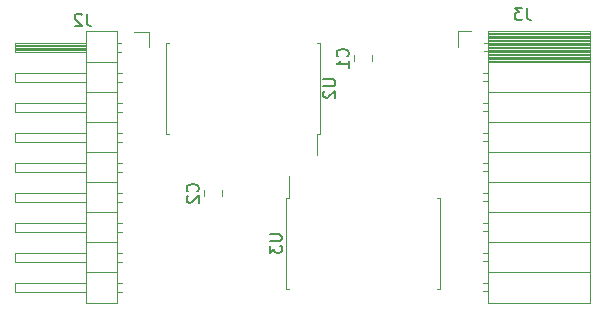
<source format=gbr>
G04 #@! TF.GenerationSoftware,KiCad,Pcbnew,5.1.9*
G04 #@! TF.CreationDate,2021-04-03T20:04:09+02:00*
G04 #@! TF.ProjectId,driverboard,64726976-6572-4626-9f61-72642e6b6963,rev?*
G04 #@! TF.SameCoordinates,Original*
G04 #@! TF.FileFunction,Legend,Bot*
G04 #@! TF.FilePolarity,Positive*
%FSLAX46Y46*%
G04 Gerber Fmt 4.6, Leading zero omitted, Abs format (unit mm)*
G04 Created by KiCad (PCBNEW 5.1.9) date 2021-04-03 20:04:09*
%MOMM*%
%LPD*%
G01*
G04 APERTURE LIST*
%ADD10C,0.120000*%
%ADD11C,0.150000*%
G04 APERTURE END LIST*
D10*
X104675000Y-119118748D02*
X104675000Y-119641252D01*
X106145000Y-119118748D02*
X106145000Y-119641252D01*
X117375000Y-107688748D02*
X117375000Y-108211252D01*
X118845000Y-107688748D02*
X118845000Y-108211252D01*
X137340000Y-105790000D02*
X128710000Y-105790000D01*
X137340000Y-105908095D02*
X128710000Y-105908095D01*
X137340000Y-106026190D02*
X128710000Y-106026190D01*
X137340000Y-106144285D02*
X128710000Y-106144285D01*
X137340000Y-106262380D02*
X128710000Y-106262380D01*
X137340000Y-106380475D02*
X128710000Y-106380475D01*
X137340000Y-106498570D02*
X128710000Y-106498570D01*
X137340000Y-106616665D02*
X128710000Y-106616665D01*
X137340000Y-106734760D02*
X128710000Y-106734760D01*
X137340000Y-106852855D02*
X128710000Y-106852855D01*
X137340000Y-106970950D02*
X128710000Y-106970950D01*
X137340000Y-107089045D02*
X128710000Y-107089045D01*
X137340000Y-107207140D02*
X128710000Y-107207140D01*
X137340000Y-107325235D02*
X128710000Y-107325235D01*
X137340000Y-107443330D02*
X128710000Y-107443330D01*
X137340000Y-107561425D02*
X128710000Y-107561425D01*
X137340000Y-107679520D02*
X128710000Y-107679520D01*
X137340000Y-107797615D02*
X128710000Y-107797615D01*
X137340000Y-107915710D02*
X128710000Y-107915710D01*
X137340000Y-108033805D02*
X128710000Y-108033805D01*
X137340000Y-108151900D02*
X128710000Y-108151900D01*
X128710000Y-106640000D02*
X128360000Y-106640000D01*
X128710000Y-107360000D02*
X128360000Y-107360000D01*
X128710000Y-109180000D02*
X128300000Y-109180000D01*
X128710000Y-109900000D02*
X128300000Y-109900000D01*
X128710000Y-111720000D02*
X128300000Y-111720000D01*
X128710000Y-112440000D02*
X128300000Y-112440000D01*
X128710000Y-114260000D02*
X128300000Y-114260000D01*
X128710000Y-114980000D02*
X128300000Y-114980000D01*
X128710000Y-116800000D02*
X128300000Y-116800000D01*
X128710000Y-117520000D02*
X128300000Y-117520000D01*
X128710000Y-119340000D02*
X128300000Y-119340000D01*
X128710000Y-120060000D02*
X128300000Y-120060000D01*
X128710000Y-121880000D02*
X128300000Y-121880000D01*
X128710000Y-122600000D02*
X128300000Y-122600000D01*
X128710000Y-124420000D02*
X128300000Y-124420000D01*
X128710000Y-125140000D02*
X128300000Y-125140000D01*
X128710000Y-126960000D02*
X128300000Y-126960000D01*
X128710000Y-127680000D02*
X128300000Y-127680000D01*
X137340000Y-108270000D02*
X128710000Y-108270000D01*
X137340000Y-110810000D02*
X128710000Y-110810000D01*
X137340000Y-113350000D02*
X128710000Y-113350000D01*
X137340000Y-115890000D02*
X128710000Y-115890000D01*
X137340000Y-118430000D02*
X128710000Y-118430000D01*
X137340000Y-120970000D02*
X128710000Y-120970000D01*
X137340000Y-123510000D02*
X128710000Y-123510000D01*
X137340000Y-126050000D02*
X128710000Y-126050000D01*
X137340000Y-105670000D02*
X128710000Y-105670000D01*
X128710000Y-105670000D02*
X128710000Y-128650000D01*
X137340000Y-128650000D02*
X128710000Y-128650000D01*
X137340000Y-105670000D02*
X137340000Y-128650000D01*
X126140000Y-105670000D02*
X126140000Y-107000000D01*
X127250000Y-105670000D02*
X126140000Y-105670000D01*
X97310000Y-105670000D02*
X97310000Y-128650000D01*
X97310000Y-128650000D02*
X94650000Y-128650000D01*
X94650000Y-128650000D02*
X94650000Y-105670000D01*
X94650000Y-105670000D02*
X97310000Y-105670000D01*
X94650000Y-106620000D02*
X88650000Y-106620000D01*
X88650000Y-106620000D02*
X88650000Y-107380000D01*
X88650000Y-107380000D02*
X94650000Y-107380000D01*
X94650000Y-106680000D02*
X88650000Y-106680000D01*
X94650000Y-106800000D02*
X88650000Y-106800000D01*
X94650000Y-106920000D02*
X88650000Y-106920000D01*
X94650000Y-107040000D02*
X88650000Y-107040000D01*
X94650000Y-107160000D02*
X88650000Y-107160000D01*
X94650000Y-107280000D02*
X88650000Y-107280000D01*
X97640000Y-106620000D02*
X97310000Y-106620000D01*
X97640000Y-107380000D02*
X97310000Y-107380000D01*
X97310000Y-108270000D02*
X94650000Y-108270000D01*
X94650000Y-109160000D02*
X88650000Y-109160000D01*
X88650000Y-109160000D02*
X88650000Y-109920000D01*
X88650000Y-109920000D02*
X94650000Y-109920000D01*
X97707071Y-109160000D02*
X97310000Y-109160000D01*
X97707071Y-109920000D02*
X97310000Y-109920000D01*
X97310000Y-110810000D02*
X94650000Y-110810000D01*
X94650000Y-111700000D02*
X88650000Y-111700000D01*
X88650000Y-111700000D02*
X88650000Y-112460000D01*
X88650000Y-112460000D02*
X94650000Y-112460000D01*
X97707071Y-111700000D02*
X97310000Y-111700000D01*
X97707071Y-112460000D02*
X97310000Y-112460000D01*
X97310000Y-113350000D02*
X94650000Y-113350000D01*
X94650000Y-114240000D02*
X88650000Y-114240000D01*
X88650000Y-114240000D02*
X88650000Y-115000000D01*
X88650000Y-115000000D02*
X94650000Y-115000000D01*
X97707071Y-114240000D02*
X97310000Y-114240000D01*
X97707071Y-115000000D02*
X97310000Y-115000000D01*
X97310000Y-115890000D02*
X94650000Y-115890000D01*
X94650000Y-116780000D02*
X88650000Y-116780000D01*
X88650000Y-116780000D02*
X88650000Y-117540000D01*
X88650000Y-117540000D02*
X94650000Y-117540000D01*
X97707071Y-116780000D02*
X97310000Y-116780000D01*
X97707071Y-117540000D02*
X97310000Y-117540000D01*
X97310000Y-118430000D02*
X94650000Y-118430000D01*
X94650000Y-119320000D02*
X88650000Y-119320000D01*
X88650000Y-119320000D02*
X88650000Y-120080000D01*
X88650000Y-120080000D02*
X94650000Y-120080000D01*
X97707071Y-119320000D02*
X97310000Y-119320000D01*
X97707071Y-120080000D02*
X97310000Y-120080000D01*
X97310000Y-120970000D02*
X94650000Y-120970000D01*
X94650000Y-121860000D02*
X88650000Y-121860000D01*
X88650000Y-121860000D02*
X88650000Y-122620000D01*
X88650000Y-122620000D02*
X94650000Y-122620000D01*
X97707071Y-121860000D02*
X97310000Y-121860000D01*
X97707071Y-122620000D02*
X97310000Y-122620000D01*
X97310000Y-123510000D02*
X94650000Y-123510000D01*
X94650000Y-124400000D02*
X88650000Y-124400000D01*
X88650000Y-124400000D02*
X88650000Y-125160000D01*
X88650000Y-125160000D02*
X94650000Y-125160000D01*
X97707071Y-124400000D02*
X97310000Y-124400000D01*
X97707071Y-125160000D02*
X97310000Y-125160000D01*
X97310000Y-126050000D02*
X94650000Y-126050000D01*
X94650000Y-126940000D02*
X88650000Y-126940000D01*
X88650000Y-126940000D02*
X88650000Y-127700000D01*
X88650000Y-127700000D02*
X94650000Y-127700000D01*
X97707071Y-126940000D02*
X97310000Y-126940000D01*
X97707071Y-127700000D02*
X97310000Y-127700000D01*
X100020000Y-107000000D02*
X100020000Y-105730000D01*
X100020000Y-105730000D02*
X98750000Y-105730000D01*
X114225000Y-114350000D02*
X114225000Y-116165000D01*
X114460000Y-114350000D02*
X114225000Y-114350000D01*
X114460000Y-110490000D02*
X114460000Y-114350000D01*
X114460000Y-106630000D02*
X114225000Y-106630000D01*
X114460000Y-110490000D02*
X114460000Y-106630000D01*
X101440000Y-114350000D02*
X101675000Y-114350000D01*
X101440000Y-110490000D02*
X101440000Y-114350000D01*
X101440000Y-106630000D02*
X101675000Y-106630000D01*
X101440000Y-110490000D02*
X101440000Y-106630000D01*
X124620000Y-123620000D02*
X124620000Y-127480000D01*
X124620000Y-127480000D02*
X124385000Y-127480000D01*
X124620000Y-123620000D02*
X124620000Y-119760000D01*
X124620000Y-119760000D02*
X124385000Y-119760000D01*
X111600000Y-123620000D02*
X111600000Y-127480000D01*
X111600000Y-127480000D02*
X111835000Y-127480000D01*
X111600000Y-123620000D02*
X111600000Y-119760000D01*
X111600000Y-119760000D02*
X111835000Y-119760000D01*
X111835000Y-119760000D02*
X111835000Y-117945000D01*
D11*
X104087142Y-119213333D02*
X104134761Y-119165714D01*
X104182380Y-119022857D01*
X104182380Y-118927619D01*
X104134761Y-118784761D01*
X104039523Y-118689523D01*
X103944285Y-118641904D01*
X103753809Y-118594285D01*
X103610952Y-118594285D01*
X103420476Y-118641904D01*
X103325238Y-118689523D01*
X103230000Y-118784761D01*
X103182380Y-118927619D01*
X103182380Y-119022857D01*
X103230000Y-119165714D01*
X103277619Y-119213333D01*
X103277619Y-119594285D02*
X103230000Y-119641904D01*
X103182380Y-119737142D01*
X103182380Y-119975238D01*
X103230000Y-120070476D01*
X103277619Y-120118095D01*
X103372857Y-120165714D01*
X103468095Y-120165714D01*
X103610952Y-120118095D01*
X104182380Y-119546666D01*
X104182380Y-120165714D01*
X116787142Y-107783333D02*
X116834761Y-107735714D01*
X116882380Y-107592857D01*
X116882380Y-107497619D01*
X116834761Y-107354761D01*
X116739523Y-107259523D01*
X116644285Y-107211904D01*
X116453809Y-107164285D01*
X116310952Y-107164285D01*
X116120476Y-107211904D01*
X116025238Y-107259523D01*
X115930000Y-107354761D01*
X115882380Y-107497619D01*
X115882380Y-107592857D01*
X115930000Y-107735714D01*
X115977619Y-107783333D01*
X116882380Y-108735714D02*
X116882380Y-108164285D01*
X116882380Y-108450000D02*
X115882380Y-108450000D01*
X116025238Y-108354761D01*
X116120476Y-108259523D01*
X116168095Y-108164285D01*
X131963333Y-103682380D02*
X131963333Y-104396666D01*
X132010952Y-104539523D01*
X132106190Y-104634761D01*
X132249047Y-104682380D01*
X132344285Y-104682380D01*
X131582380Y-103682380D02*
X130963333Y-103682380D01*
X131296666Y-104063333D01*
X131153809Y-104063333D01*
X131058571Y-104110952D01*
X131010952Y-104158571D01*
X130963333Y-104253809D01*
X130963333Y-104491904D01*
X131010952Y-104587142D01*
X131058571Y-104634761D01*
X131153809Y-104682380D01*
X131439523Y-104682380D01*
X131534761Y-104634761D01*
X131582380Y-104587142D01*
X94698333Y-104182380D02*
X94698333Y-104896666D01*
X94745952Y-105039523D01*
X94841190Y-105134761D01*
X94984047Y-105182380D01*
X95079285Y-105182380D01*
X94269761Y-104277619D02*
X94222142Y-104230000D01*
X94126904Y-104182380D01*
X93888809Y-104182380D01*
X93793571Y-104230000D01*
X93745952Y-104277619D01*
X93698333Y-104372857D01*
X93698333Y-104468095D01*
X93745952Y-104610952D01*
X94317380Y-105182380D01*
X93698333Y-105182380D01*
X114752380Y-109728095D02*
X115561904Y-109728095D01*
X115657142Y-109775714D01*
X115704761Y-109823333D01*
X115752380Y-109918571D01*
X115752380Y-110109047D01*
X115704761Y-110204285D01*
X115657142Y-110251904D01*
X115561904Y-110299523D01*
X114752380Y-110299523D01*
X114847619Y-110728095D02*
X114800000Y-110775714D01*
X114752380Y-110870952D01*
X114752380Y-111109047D01*
X114800000Y-111204285D01*
X114847619Y-111251904D01*
X114942857Y-111299523D01*
X115038095Y-111299523D01*
X115180952Y-111251904D01*
X115752380Y-110680476D01*
X115752380Y-111299523D01*
X110212380Y-122858095D02*
X111021904Y-122858095D01*
X111117142Y-122905714D01*
X111164761Y-122953333D01*
X111212380Y-123048571D01*
X111212380Y-123239047D01*
X111164761Y-123334285D01*
X111117142Y-123381904D01*
X111021904Y-123429523D01*
X110212380Y-123429523D01*
X110212380Y-123810476D02*
X110212380Y-124429523D01*
X110593333Y-124096190D01*
X110593333Y-124239047D01*
X110640952Y-124334285D01*
X110688571Y-124381904D01*
X110783809Y-124429523D01*
X111021904Y-124429523D01*
X111117142Y-124381904D01*
X111164761Y-124334285D01*
X111212380Y-124239047D01*
X111212380Y-123953333D01*
X111164761Y-123858095D01*
X111117142Y-123810476D01*
M02*

</source>
